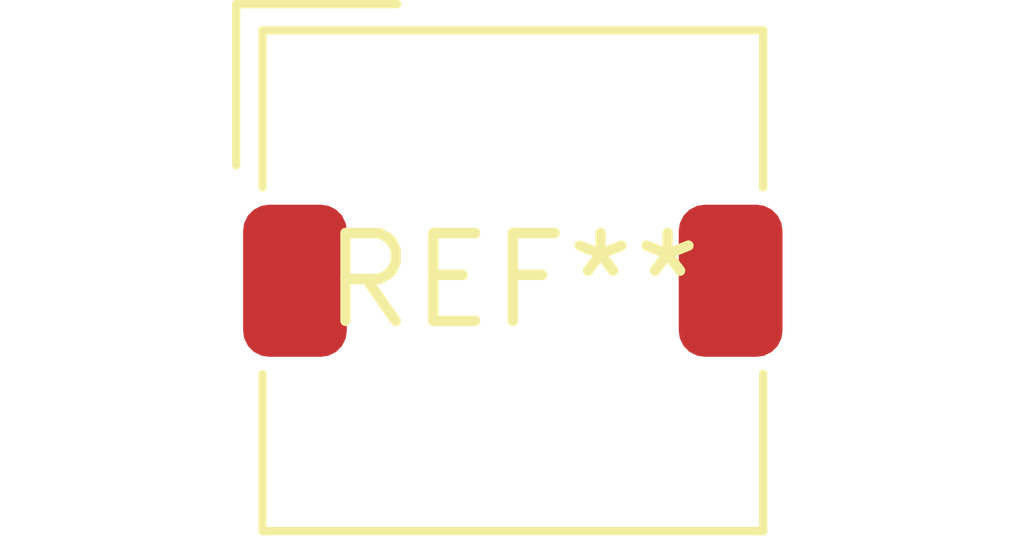
<source format=kicad_pcb>
(kicad_pcb (version 20240108) (generator pcbnew)
  (layers (0 "F.Cu" signal) (31 "B.Cu" signal) (34 "B.Paste" user) (35 "F.Paste" user) (36 "B.SilkS" user "B.Silkscreen") (37 "F.SilkS" user "F.Silkscreen") (38 "B.Mask" user) (39 "F.Mask" user) (44 "Edge.Cuts" user))
  (net 0 "")
  (footprint "L_TDK_SLF7045" (layer "F.Cu") (at 0 0)
    (property "Reference" "REF**")
    (property "Value" "L_TDK_SLF7045")
    (fp_line (start -4 -4) (end -1.67 -4) (layer "F.SilkS") (stroke (width 0.12)))
    (fp_line (start -4 -1.67) (end -4 -4) (layer "F.SilkS") (stroke (width 0.12)))
    (fp_line (start -3.62 -3.62) (end -3.62 -1.35) (layer "F.SilkS") (stroke (width 0.12)))
    (fp_line (start -3.62 -3.62) (end 3.62 -3.62) (layer "F.SilkS") (stroke (width 0.12)))
    (fp_line (start -3.62 1.35) (end -3.62 3.62) (layer "F.SilkS") (stroke (width 0.12)))
    (fp_line (start -3.62 3.62) (end 3.62 3.62) (layer "F.SilkS") (stroke (width 0.12)))
    (fp_line (start 3.62 -3.62) (end 3.62 -1.35) (layer "F.SilkS") (stroke (width 0.12)))
    (fp_line (start 3.62 1.35) (end 3.62 3.62) (layer "F.SilkS") (stroke (width 0.12)))
    (pad "1" smd roundrect (at -3.15 0) (size 1.5 2.2) (layers "F.Cu" "F.Paste" "F.Mask"))
    (pad "2" smd roundrect (at 3.15 0) (size 1.5 2.2) (layers "F.Cu" "F.Paste" "F.Mask"))
  )
)
</source>
